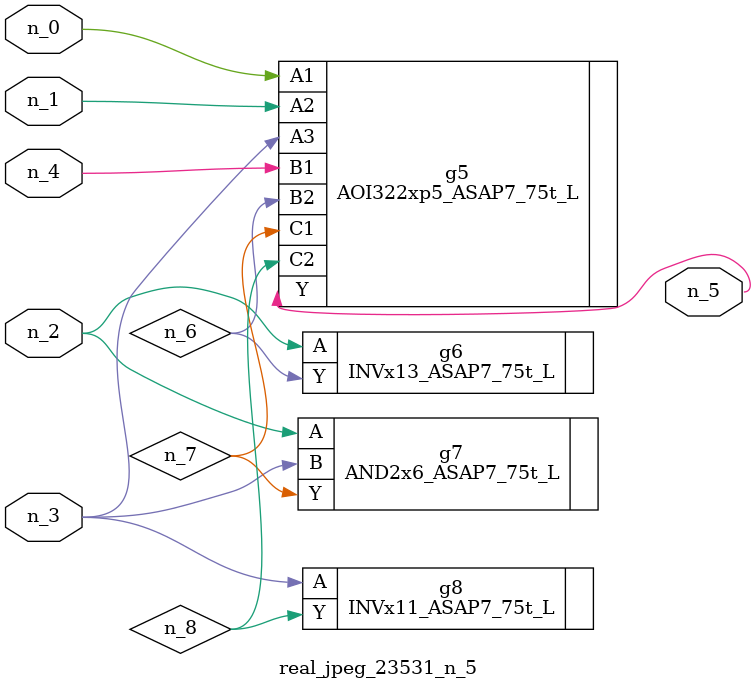
<source format=v>
module real_jpeg_23531_n_5 (n_4, n_0, n_1, n_2, n_3, n_5);

input n_4;
input n_0;
input n_1;
input n_2;
input n_3;

output n_5;

wire n_8;
wire n_6;
wire n_7;

AOI322xp5_ASAP7_75t_L g5 ( 
.A1(n_0),
.A2(n_1),
.A3(n_3),
.B1(n_4),
.B2(n_6),
.C1(n_7),
.C2(n_8),
.Y(n_5)
);

INVx13_ASAP7_75t_L g6 ( 
.A(n_2),
.Y(n_6)
);

AND2x6_ASAP7_75t_L g7 ( 
.A(n_2),
.B(n_3),
.Y(n_7)
);

INVx11_ASAP7_75t_L g8 ( 
.A(n_3),
.Y(n_8)
);


endmodule
</source>
